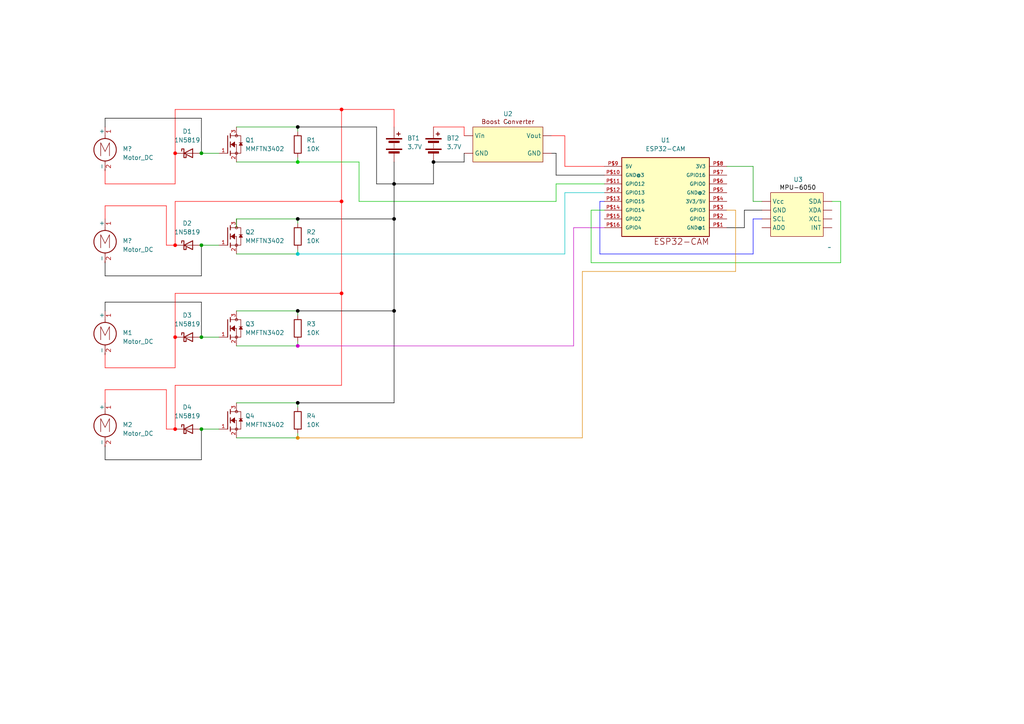
<source format=kicad_sch>
(kicad_sch (version 20250114) (generator "eeschema") (generator_version "9.0")
  (paper "A4")
  (lib_symbols
    (symbol "Device:Battery" (pin_numbers (hide yes)) (pin_names (offset 0) (hide yes))
      (property "Reference" "BT" (at 2.54 2.54 0))
      (property "Value" "Battery" (at 2.54 0 0))
      (symbol "Battery_0_1"
        (rectangle (start -2.286 1.778) (end 2.286 1.524) (fill (type outline)))
        (rectangle (start -2.286 -1.27) (end 2.286 -1.524) (fill (type outline)))
        (rectangle (start -1.524 1.016) (end 1.524 0.508) (fill (type outline)))
        (rectangle (start -1.524 -2.032) (end 1.524 -2.54) (fill (type outline)))
        (polyline (pts (xy 0 1.778) (xy 0 2.54)))
        (polyline (pts (xy 0 0) (xy 0 0.254)))
        (polyline (pts (xy 0 -0.508) (xy 0 -0.254)))
        (polyline (pts (xy 0 -1.016) (xy 0 -0.762)))
        (polyline (pts (xy 0.762 3.048) (xy 1.778 3.048)) (stroke (width 0.254)))
        (polyline (pts (xy 1.27 3.556) (xy 1.27 2.54)) (stroke (width 0.254)))
      )
      (symbol "Battery_1_1"
        (pin passive line (at 0 5.08 270) (length 2.54) (name "+") (number "1"))
        (pin passive line (at 0 -5.08 90) (length 2.54) (name "-") (number "2"))
      )
    )
    (symbol "Device:R" (pin_numbers (hide yes)) (pin_names (offset 0))
      (property "Reference" "R" (at 2.032 0 90))
      (property "Value" "R" (at 0 0 90))
      (symbol "R_0_1"
        (rectangle (start -1.016 -2.54) (end 1.016 2.54) (stroke (width 0.254)))
      )
      (symbol "R_1_1"
        (pin passive line (at 0 3.81 270) (length 1.27) (name "~") (number "1"))
        (pin passive line (at 0 -3.81 90) (length 1.27) (name "~") (number "2"))
      )
    )
    (symbol "Diode:1N5819" (pin_numbers (hide yes)) (pin_names (offset 1.016) (hide yes))
      (property "Reference" "D" (at 0 2.54 0))
      (property "Value" "1N5819" (at 0 -2.54 0))
      (symbol "1N5819_0_1"
        (polyline (pts (xy -1.905 0.635) (xy -1.905 1.27) (xy -1.27 1.27) (xy -1.27 -1.27) (xy -0.635 -1.27) (xy -0.635 -0.635)) (stroke (width 0.254)))
        (polyline (pts (xy 1.27 1.27) (xy 1.27 -1.27) (xy -1.27 0) (xy 1.27 1.27)) (stroke (width 0.254)))
        (polyline (pts (xy 1.27 0) (xy -1.27 0)))
      )
      (symbol "1N5819_1_1"
        (pin passive line (at -3.81 0 0) (length 2.54) (name "K") (number "1"))
        (pin passive line (at 3.81 0 180) (length 2.54) (name "A") (number "2"))
      )
    )
    (symbol "ESP32-CAM:ESP32-CAM" (pin_names (offset 1.016))
      (property "Reference" "U" (at 0 0 0))
      (property "Value" "ESP32-CAM" (at 0 0 0))
      (symbol "ESP32-CAM_0_0"
        (rectangle (start -12.7 -10.16) (end 12.7 12.7) (stroke (width 0.254)) (fill (type background)))
        (text "ESP32-CAM" (at -12.7 15.24 0) (effects (font (size 1.778 1.778)) (justify left bottom)))
        (pin bidirectional line (at -17.78 10.16 0) (length 5.08) (name "GND@1") (number "P$1"))
        (pin bidirectional line (at -17.78 7.62 0) (length 5.08) (name "GPIO1") (number "P$2"))
        (pin bidirectional line (at -17.78 5.08 0) (length 5.08) (name "GPIO3") (number "P$3"))
        (pin bidirectional line (at -17.78 2.54 0) (length 5.08) (name "3V3/5V") (number "P$4"))
        (pin bidirectional line (at -17.78 0 0) (length 5.08) (name "GND@2") (number "P$5"))
        (pin bidirectional line (at -17.78 -2.54 0) (length 5.08) (name "GPIO0") (number "P$6"))
        (pin bidirectional line (at -17.78 -5.08 0) (length 5.08) (name "GPIO16") (number "P$7"))
        (pin bidirectional line (at -17.78 -7.62 0) (length 5.08) (name "3V3") (number "P$8"))
        (pin bidirectional line (at 17.78 10.16 180) (length 5.08) (name "GPIO4") (number "P$16"))
        (pin bidirectional line (at 17.78 7.62 180) (length 5.08) (name "GPIO2") (number "P$15"))
        (pin bidirectional line (at 17.78 5.08 180) (length 5.08) (name "GPIO14") (number "P$14"))
        (pin bidirectional line (at 17.78 2.54 180) (length 5.08) (name "GPIO15") (number "P$13"))
        (pin bidirectional line (at 17.78 0 180) (length 5.08) (name "GPIO13") (number "P$12"))
        (pin bidirectional line (at 17.78 -2.54 180) (length 5.08) (name "GPIO12") (number "P$11"))
        (pin bidirectional line (at 17.78 -5.08 180) (length 5.08) (name "GND@3") (number "P$10"))
        (pin bidirectional line (at 17.78 -7.62 180) (length 5.08) (name "5V") (number "P$9"))
      )
    )
    (symbol "IMU:MPU-6050"
      (property "Reference" "U" (at 0 2.794 0))
      (symbol "MPU-6050_1_1"
        (rectangle (start -7.62 -1.27) (end 7.62 -13.97) (fill (type background)))
        (text "MPU-6050" (at 0.254 0.254 0) (effects (font (size 1.27 1.27))))
        (pin input line (at -10.16 -3.81 0) (length 2.54) (name "Vcc") (number ""))
        (pin output line (at -10.16 -6.35 0) (length 2.54) (name "GND") (number ""))
        (pin input line (at -10.16 -8.89 0) (length 2.54) (name "SCL") (number ""))
        (pin input line (at -10.16 -11.43 0) (length 2.54) (name "AD0") (number ""))
        (pin bidirectional line (at 10.16 -3.81 180) (length 2.54) (name "SDA") (number ""))
        (pin output line (at 10.16 -6.35 180) (length 2.54) (name "XDA") (number ""))
        (pin input line (at 10.16 -8.89 180) (length 2.54) (name "XCL") (number ""))
        (pin output line (at 10.16 -11.43 180) (length 2.54) (name "INT") (number ""))
      )
    )
    (symbol "MMFTN3402:MMFTN3402" (pin_names (offset 1.016))
      (property "Reference" "Q" (at 5.08 1.27 0))
      (property "Value" "MMFTN3402" (at 5.08 -1.27 0))
      (symbol "MMFTN3402_0_0"
        (polyline (pts (xy 0 2.54) (xy 0 -2.54)) (stroke (width 0.254)))
        (polyline (pts (xy 0.762 3.175) (xy 0.762 2.54)) (stroke (width 0.254)))
        (polyline (pts (xy 0.762 2.54) (xy 0.762 1.905)) (stroke (width 0.254)))
        (polyline (pts (xy 0.762 2.54) (xy 3.81 2.54)) (stroke (width 0.1524)))
        (polyline (pts (xy 0.762 0.762) (xy 0.762 0)) (stroke (width 0.254)))
        (polyline (pts (xy 0.762 0) (xy 0.762 -0.762)) (stroke (width 0.254)))
        (polyline (pts (xy 0.762 0) (xy 2.54 0)) (stroke (width 0.1524)))
        (polyline (pts (xy 0.762 -1.905) (xy 0.762 -2.54)) (stroke (width 0.254)))
        (polyline (pts (xy 0.762 -2.54) (xy 0.762 -3.175)) (stroke (width 0.254)))
        (polyline (pts (xy 1.016 0) (xy 2.032 0.762) (xy 2.032 -0.762) (xy 1.016 0)) (stroke (width 0.1524)) (fill (type outline)))
        (circle (center 2.54 2.54) (radius 0.3592))
        (polyline (pts (xy 2.54 0) (xy 2.54 -2.54)) (stroke (width 0.1524)))
        (polyline (pts (xy 2.54 -2.54) (xy 0.762 -2.54)) (stroke (width 0.1524)))
        (polyline (pts (xy 2.54 -2.54) (xy 3.81 -2.54)) (stroke (width 0.1524)))
        (circle (center 2.54 -2.54) (radius 0.3592))
        (polyline (pts (xy 3.81 2.54) (xy 3.81 0.508)) (stroke (width 0.1524)))
        (polyline (pts (xy 3.81 0.508) (xy 3.302 0.508)) (stroke (width 0.1524)))
        (polyline (pts (xy 3.81 0.508) (xy 3.81 -2.54)) (stroke (width 0.1524)))
        (polyline (pts (xy 3.81 0.508) (xy 3.302 -0.254) (xy 4.318 -0.254) (xy 3.81 0.508)) (stroke (width 0.1524)) (fill (type outline)))
        (polyline (pts (xy 4.318 0.508) (xy 3.81 0.508)) (stroke (width 0.1524)))
        (pin passive line (at -2.54 -2.54 0) (length 2.54) (name "~") (number "1"))
        (pin passive line (at 2.54 5.08 270) (length 2.54) (name "~") (number "3"))
        (pin passive line (at 2.54 -5.08 90) (length 2.54) (name "~") (number "2"))
      )
    )
    (symbol "Motor:Motor_DC" (pin_names (offset 0))
      (property "Reference" "M" (at 2.54 2.54 0))
      (property "Value" "Motor_DC" (at 2.54 -5.08 0))
      (symbol "Motor_DC_0_0"
        (polyline (pts (xy -1.27 -3.302) (xy -1.27 0.508) (xy 0 -2.032) (xy 1.27 0.508) (xy 1.27 -3.302)))
      )
      (symbol "Motor_DC_0_1"
        (polyline (pts (xy 0 2.032) (xy 0 2.54)))
        (polyline (pts (xy 0 1.7272) (xy 0 2.0828)))
        (circle (center 0 -1.524) (radius 3.2512) (stroke (width 0.254)))
        (polyline (pts (xy 0 -4.7752) (xy 0 -5.1816)))
        (polyline (pts (xy 0 -7.62) (xy 0 -7.112)))
      )
      (symbol "Motor_DC_1_1"
        (pin passive line (at 0 5.08 270) (length 2.54) (name "+") (number "1"))
        (pin passive line (at 0 -7.62 90) (length 2.54) (name "-") (number "2"))
      )
    )
    (symbol "boost_converter:Boost_Converter"
      (property "Reference" "U" (at 0 2.794 0))
      (symbol "Boost_Converter_1_1"
        (rectangle (start -10.16 -1.27) (end 10.16 -11.43) (fill (type background)))
        (text "Boost Converter" (at 0 0.254 0) (effects (font (size 1.27 1.27))))
        (pin input line (at -12.7 -3.81 0) (length 2.54) (name "Vin") (number ""))
        (pin output line (at -12.7 -8.89 0) (length 2.54) (name "GND") (number ""))
        (pin output line (at 12.7 -3.81 180) (length 2.54) (name "Vout") (number ""))
        (pin input line (at 12.7 -8.89 180) (length 2.54) (name "GND") (number ""))
      )
    )
  )
  (junction (at 58.42 97.79))
  (junction (at 114.3 63.5) (color 0 0 0 1))
  (junction (at 86.36 116.84) (color 0 0 0 1))
  (junction (at 125.73 46.99) (color 0 0 0 1))
  (junction (at 99.06 85.09) (color 255 0 0 1))
  (junction (at 58.42 44.45))
  (junction (at 58.42 124.46))
  (junction (at 50.8 44.45) (color 255 0 0 1))
  (junction (at 86.36 46.99) (color 0 194 0 1))
  (junction (at 86.36 63.5) (color 0 0 0 1))
  (junction (at 86.36 73.66) (color 0 194 194 1))
  (junction (at 99.06 58.42) (color 255 0 0 1))
  (junction (at 99.06 31.75) (color 255 0 0 1))
  (junction (at 50.8 71.12) (color 255 0 0 1))
  (junction (at 114.3 90.17) (color 0 0 0 1))
  (junction (at 50.8 97.79) (color 255 0 0 1))
  (junction (at 86.36 36.83) (color 0 0 0 1))
  (junction (at 86.36 100.33) (color 194 0 194 1))
  (junction (at 50.8 124.46) (color 255 0 0 1))
  (junction (at 58.42 71.12))
  (junction (at 114.3 53.34) (color 0 0 0 1))
  (junction (at 86.36 127) (color 221 133 0 1))
  (junction (at 86.36 90.17) (color 0 0 0 1))
  (wire (pts (xy 171.45 60.96) (xy 171.45 76.2)) (stroke (width 0) (color 0 194 0 1)))
  (wire (pts (xy 48.26 59.69) (xy 48.26 71.12)) (stroke (width 0) (color 255 0 0 1)))
  (wire (pts (xy 86.36 36.83) (xy 86.36 38.1)))
  (wire (pts (xy 68.58 66.04) (xy 68.58 63.5)))
  (wire (pts (xy 68.58 63.5) (xy 86.36 63.5)))
  (wire (pts (xy 86.36 90.17) (xy 114.3 90.17)) (stroke (width 0) (color 0 0 0 1)))
  (wire (pts (xy 68.58 46.99) (xy 86.36 46.99)))
  (wire (pts (xy 86.36 90.17) (xy 86.36 91.44)))
  (wire (pts (xy 104.14 58.42) (xy 104.14 46.99)) (stroke (width 0) (color 0 194 0 1)))
  (wire (pts (xy 173.99 58.42) (xy 175.26 58.42)) (stroke (width 0) (color 0 0 255 1)))
  (wire (pts (xy 48.26 124.46) (xy 50.8 124.46)) (stroke (width 0) (color 255 0 0 1)))
  (wire (pts (xy 99.06 58.42) (xy 99.06 85.09)) (stroke (width 0) (color 255 0 0 1)))
  (wire (pts (xy 220.98 63.5) (xy 218.44 63.5)) (stroke (width 0) (color 0 0 255 1)))
  (wire (pts (xy 30.48 90.17) (xy 30.48 87.63)) (stroke (width 0) (color 0 0 0 1)))
  (wire (pts (xy 30.48 34.29) (xy 58.42 34.29)) (stroke (width 0) (color 0 0 0 1)))
  (wire (pts (xy 210.82 66.04) (xy 215.9 66.04)) (stroke (width 0) (color 0 0 0 1)))
  (wire (pts (xy 50.8 106.68) (xy 50.8 97.79)) (stroke (width 0) (color 255 0 0 1)))
  (wire (pts (xy 161.29 58.42) (xy 104.14 58.42)) (stroke (width 0) (color 0 194 0 1)))
  (wire (pts (xy 114.3 31.75) (xy 99.06 31.75)) (stroke (width 0) (color 255 0 0 1)))
  (wire (pts (xy 48.26 71.12) (xy 50.8 71.12)) (stroke (width 0) (color 255 0 0 1)))
  (wire (pts (xy 30.48 76.2) (xy 30.48 80.01)) (stroke (width 0) (color 0 0 0 1)))
  (wire (pts (xy 68.58 127) (xy 86.36 127)))
  (wire (pts (xy 30.48 59.69) (xy 48.26 59.69)) (stroke (width 0) (color 255 0 0 1)))
  (wire (pts (xy 86.36 63.5) (xy 114.3 63.5)) (stroke (width 0) (color 0 0 0 1)))
  (wire (pts (xy 50.8 111.76) (xy 99.06 111.76)) (stroke (width 0) (color 255 0 0 1)))
  (wire (pts (xy 160.02 39.37) (xy 163.83 39.37)) (stroke (width 0) (color 255 0 0 1)))
  (wire (pts (xy 58.42 34.29) (xy 58.42 44.45)) (stroke (width 0) (color 0 0 0 1)))
  (wire (pts (xy 109.22 36.83) (xy 109.22 53.34)) (stroke (width 0) (color 0 0 0 1)))
  (wire (pts (xy 58.42 97.79) (xy 63.5 97.79)))
  (wire (pts (xy 168.91 127) (xy 86.36 127)) (stroke (width 0) (color 221 133 0 1)))
  (wire (pts (xy 30.48 113.03) (xy 48.26 113.03)) (stroke (width 0) (color 255 0 0 1)))
  (wire (pts (xy 30.48 113.03) (xy 30.48 116.84)) (stroke (width 0) (color 255 0 0 1)))
  (wire (pts (xy 161.29 50.8) (xy 161.29 44.45)) (stroke (width 0) (color 0 0 0 1)))
  (wire (pts (xy 86.36 46.99) (xy 104.14 46.99)) (stroke (width 0) (color 0 194 0 1)))
  (wire (pts (xy 86.36 100.33) (xy 86.36 99.06)))
  (wire (pts (xy 58.42 124.46) (xy 58.42 133.35)) (stroke (width 0) (color 0 0 0 1)))
  (wire (pts (xy 30.48 133.35) (xy 58.42 133.35)) (stroke (width 0) (color 0 0 0 1)))
  (wire (pts (xy 68.58 90.17) (xy 86.36 90.17)))
  (wire (pts (xy 86.36 73.66) (xy 163.83 73.66)) (stroke (width 0) (color 0 194 194 1)))
  (wire (pts (xy 114.3 46.99) (xy 114.3 53.34)) (stroke (width 0) (color 0 0 0 1)))
  (wire (pts (xy 125.73 46.99) (xy 134.62 46.99)) (stroke (width 0) (color 0 0 0 1)))
  (wire (pts (xy 243.84 76.2) (xy 171.45 76.2)) (stroke (width 0) (color 0 194 0 1)))
  (wire (pts (xy 30.48 49.53) (xy 30.48 53.34)) (stroke (width 0) (color 255 0 0 1)))
  (wire (pts (xy 175.26 55.88) (xy 163.83 55.88)) (stroke (width 0) (color 0 194 194 1)))
  (wire (pts (xy 163.83 39.37) (xy 163.83 48.26)) (stroke (width 0) (color 255 0 0 1)))
  (wire (pts (xy 58.42 87.63) (xy 58.42 97.79)) (stroke (width 0) (color 0 0 0 1)))
  (wire (pts (xy 30.48 102.87) (xy 30.48 106.68)) (stroke (width 0) (color 255 0 0 1)))
  (wire (pts (xy 68.58 116.84) (xy 86.36 116.84)))
  (wire (pts (xy 68.58 73.66) (xy 86.36 73.66)))
  (wire (pts (xy 243.84 58.42) (xy 243.84 76.2)) (stroke (width 0) (color 0 194 0 1)))
  (wire (pts (xy 86.36 73.66) (xy 86.36 72.39)))
  (wire (pts (xy 125.73 53.34) (xy 125.73 46.99)) (stroke (width 0) (color 0 0 0 1)))
  (wire (pts (xy 30.48 80.01) (xy 58.42 80.01)) (stroke (width 0) (color 0 0 0 1)))
  (wire (pts (xy 99.06 85.09) (xy 99.06 111.76)) (stroke (width 0) (color 255 0 0 1)))
  (wire (pts (xy 50.8 31.75) (xy 50.8 44.45)) (stroke (width 0) (color 255 0 0 1)))
  (wire (pts (xy 99.06 58.42) (xy 99.06 31.75)) (stroke (width 0) (color 255 0 0 1)))
  (wire (pts (xy 163.83 55.88) (xy 163.83 73.66)) (stroke (width 0) (color 0 194 194 1)))
  (wire (pts (xy 218.44 58.42) (xy 218.44 48.26)))
  (wire (pts (xy 218.44 48.26) (xy 210.82 48.26)))
  (wire (pts (xy 30.48 106.68) (xy 50.8 106.68)) (stroke (width 0) (color 255 0 0 1)))
  (wire (pts (xy 163.83 48.26) (xy 175.26 48.26)) (stroke (width 0) (color 255 0 0 1)))
  (wire (pts (xy 125.73 36.83) (xy 134.62 36.83)) (stroke (width 0) (color 255 0 0 1)))
  (wire (pts (xy 218.44 63.5) (xy 218.44 73.66)) (stroke (width 0) (color 0 0 255 1)))
  (wire (pts (xy 30.48 87.63) (xy 58.42 87.63)) (stroke (width 0) (color 0 0 0 1)))
  (wire (pts (xy 50.8 85.09) (xy 99.06 85.09)) (stroke (width 0) (color 255 0 0 1)))
  (wire (pts (xy 213.36 78.74) (xy 213.36 60.96)) (stroke (width 0) (color 221 133 0 1)))
  (wire (pts (xy 114.3 116.84) (xy 114.3 90.17)) (stroke (width 0) (color 0 0 0 1)))
  (wire (pts (xy 166.37 100.33) (xy 166.37 66.04)) (stroke (width 0) (color 194 0 194 1)))
  (wire (pts (xy 220.98 60.96) (xy 215.9 60.96)) (stroke (width 0) (color 0 0 0 1)))
  (wire (pts (xy 134.62 36.83) (xy 134.62 39.37)) (stroke (width 0) (color 255 0 0 1)))
  (wire (pts (xy 30.48 129.54) (xy 30.48 133.35)) (stroke (width 0) (color 0 0 0 1)))
  (wire (pts (xy 114.3 53.34) (xy 125.73 53.34)) (stroke (width 0) (color 0 0 0 1)))
  (wire (pts (xy 58.42 71.12) (xy 63.5 71.12)))
  (wire (pts (xy 86.36 116.84) (xy 86.36 118.11)))
  (wire (pts (xy 30.48 59.69) (xy 30.48 63.5)) (stroke (width 0) (color 255 0 0 1)))
  (wire (pts (xy 86.36 127) (xy 86.36 125.73)))
  (wire (pts (xy 68.58 36.83) (xy 86.36 36.83)))
  (wire (pts (xy 50.8 31.75) (xy 99.06 31.75)) (stroke (width 0) (color 255 0 0 1)))
  (wire (pts (xy 50.8 58.42) (xy 50.8 71.12)) (stroke (width 0) (color 255 0 0 1)))
  (wire (pts (xy 166.37 100.33) (xy 86.36 100.33)) (stroke (width 0) (color 194 0 194 1)))
  (wire (pts (xy 30.48 36.83) (xy 30.48 34.29)) (stroke (width 0) (color 0 0 0 1)))
  (wire (pts (xy 50.8 111.76) (xy 50.8 124.46)) (stroke (width 0) (color 255 0 0 1)))
  (wire (pts (xy 48.26 113.03) (xy 48.26 124.46)) (stroke (width 0) (color 255 0 0 1)))
  (wire (pts (xy 215.9 60.96) (xy 215.9 66.04)) (stroke (width 0) (color 0 0 0 1)))
  (wire (pts (xy 86.36 63.5) (xy 86.36 64.77)))
  (wire (pts (xy 50.8 58.42) (xy 99.06 58.42)) (stroke (width 0) (color 255 0 0 1)))
  (wire (pts (xy 58.42 124.46) (xy 63.5 124.46)))
  (wire (pts (xy 161.29 53.34) (xy 161.29 58.42)) (stroke (width 0) (color 0 194 0 1)))
  (wire (pts (xy 109.22 53.34) (xy 114.3 53.34)) (stroke (width 0) (color 0 0 0 1)))
  (wire (pts (xy 30.48 53.34) (xy 50.8 53.34)) (stroke (width 0) (color 255 0 0 1)))
  (wire (pts (xy 160.02 44.45) (xy 161.29 44.45)) (stroke (width 0) (color 0 0 0 1)))
  (wire (pts (xy 220.98 58.42) (xy 218.44 58.42)))
  (wire (pts (xy 218.44 73.66) (xy 173.99 73.66)) (stroke (width 0) (color 0 0 255 1)))
  (wire (pts (xy 114.3 31.75) (xy 114.3 36.83)) (stroke (width 0) (color 255 0 0 1)))
  (wire (pts (xy 86.36 36.83) (xy 109.22 36.83)) (stroke (width 0) (color 0 0 0 1)))
  (wire (pts (xy 114.3 63.5) (xy 114.3 90.17)) (stroke (width 0) (color 0 0 0 1)))
  (wire (pts (xy 86.36 116.84) (xy 114.3 116.84)) (stroke (width 0) (color 0 0 0 1)))
  (wire (pts (xy 50.8 53.34) (xy 50.8 44.45)) (stroke (width 0) (color 255 0 0 1)))
  (wire (pts (xy 134.62 44.45) (xy 134.62 46.99)) (stroke (width 0) (color 0 0 0 1)))
  (wire (pts (xy 213.36 60.96) (xy 210.82 60.96)) (stroke (width 0) (color 221 133 0 1)))
  (wire (pts (xy 168.91 78.74) (xy 213.36 78.74)) (stroke (width 0) (color 221 133 0 1)))
  (wire (pts (xy 173.99 58.42) (xy 173.99 73.66)) (stroke (width 0) (color 0 0 255 1)))
  (wire (pts (xy 168.91 127) (xy 168.91 78.74)) (stroke (width 0) (color 221 133 0 1)))
  (wire (pts (xy 50.8 85.09) (xy 50.8 97.79)) (stroke (width 0) (color 255 0 0 1)))
  (wire (pts (xy 68.58 100.33) (xy 86.36 100.33)))
  (wire (pts (xy 161.29 50.8) (xy 175.26 50.8)) (stroke (width 0) (color 0 0 0 1)))
  (wire (pts (xy 175.26 53.34) (xy 161.29 53.34)) (stroke (width 0) (color 0 194 0 1)))
  (wire (pts (xy 166.37 66.04) (xy 175.26 66.04)) (stroke (width 0) (color 194 0 194 1)))
  (wire (pts (xy 171.45 60.96) (xy 175.26 60.96)) (stroke (width 0) (color 0 194 0 1)))
  (wire (pts (xy 114.3 53.34) (xy 114.3 63.5)) (stroke (width 0) (color 0 0 0 1)))
  (wire (pts (xy 58.42 71.12) (xy 58.42 80.01)) (stroke (width 0) (color 0 0 0 1)))
  (wire (pts (xy 241.3 58.42) (xy 243.84 58.42)) (stroke (width 0) (color 0 194 0 1)))
  (wire (pts (xy 58.42 44.45) (xy 63.5 44.45)))
  (wire (pts (xy 86.36 46.99) (xy 86.36 45.72)))
  (symbol (lib_id "Diode:1N5819") (at 54.61 124.46 0) (unit 1)
    (property "Reference" "D4" (at 54.2925 118.11 0))
    (property "Value" "1N5819" (at 54.2925 120.65 0))
    (property "Footprint" "Diode_THT:D_DO-41_SOD81_P10.16mm_Horizontal" (effects (hide yes)))
    (property "Datasheet" "http://www.vishay.com/docs/88525/1n5817.pdf" (effects (hide yes)))
    (property "Description" "40V 1A Schottky Barrier Rectifier Diode, DO-41" (effects (hide yes)))
  )
  (symbol (lib_id "Diode:1N5819") (at 54.61 71.12 0) (unit 1)
    (property "Reference" "D2" (at 54.2925 64.77 0))
    (property "Value" "1N5819" (at 54.2925 67.31 0))
    (property "Footprint" "Diode_THT:D_DO-41_SOD81_P10.16mm_Horizontal" (effects (hide yes)))
    (property "Datasheet" "http://www.vishay.com/docs/88525/1n5817.pdf" (effects (hide yes)))
    (property "Description" "40V 1A Schottky Barrier Rectifier Diode, DO-41" (effects (hide yes)))
  )
  (symbol (lib_id "Diode:1N5819") (at 54.61 44.45 0) (unit 1)
    (property "Reference" "D1" (at 54.2925 38.1 0))
    (property "Value" "1N5819" (at 54.2925 40.64 0))
    (property "Footprint" "Diode_THT:D_DO-41_SOD81_P10.16mm_Horizontal" (effects (hide yes)))
    (property "Datasheet" "http://www.vishay.com/docs/88525/1n5817.pdf" (effects (hide yes)))
    (property "Description" "40V 1A Schottky Barrier Rectifier Diode, DO-41" (effects (hide yes)))
  )
  (symbol (lib_id "Motor:Motor_DC") (at 30.48 68.58 0) (unit 1)
    (property "Reference" "M?" (at 35.56 69.8499 0) (effects (justify left)))
    (property "Value" "Motor_DC" (at 35.56 72.3899 0) (effects (justify left)))
  )
  (symbol (lib_id "ESP32-CAM:ESP32-CAM") (at 193.04 55.88 180) (unit 1)
    (property "Reference" "U1" (at 193.04 40.64 0))
    (property "Value" "ESP32-CAM" (at 193.04 43.18 0))
    (property "Footprint" "ESP32-CAM:ESP32-CAM" (effects (hide yes)))
    (property "MF" "AI-Thinker" (effects (hide yes)))
    (property "Description_1" "ESP32 ESP32 Transceiver; 802.11 a/b/g/n (Wi-Fi, WiFi, WLAN), Bluetooth® Smart 4.x Low Energy (BLE) Evaluation Board" (effects (hide yes)))
    (property "Package" "None" (effects (hide yes)))
    (property "Price" "None" (effects (hide yes)))
    (property "SnapEDA_Link" "https://www.snapeda.com/parts/ESP32-CAM/AI-Thinker/view-part/?ref=snap" (effects (hide yes)))
    (property "MP" "ESP32-CAM" (effects (hide yes)))
    (property "Availability" "Not in stock" (effects (hide yes)))
    (property "Check_prices" "https://www.snapeda.com/parts/ESP32-CAM/AI-Thinker/view-part/?ref=eda" (effects (hide yes)))
  )
  (symbol (lib_id "MMFTN3402:MMFTN3402") (at 66.04 41.91 0) (unit 1)
    (property "Reference" "Q1" (at 71.12 40.6399 0) (effects (justify left)))
    (property "Value" "MMFTN3402" (at 71.12 43.1799 0) (effects (justify left)))
    (property "Footprint" "MMFTN3402:TRANS_MMFTN3402" (effects (hide yes)))
    (property "MF" "Diotec Semiconductor" (effects (hide yes)))
    (property "MAXIMUM_PACKAGE_HEIGHT" "1.3mm" (effects (hide yes)))
    (property "Package" "SOT-23 Diotec" (effects (hide yes)))
    (property "Price" "None" (effects (hide yes)))
    (property "Check_prices" "https://www.snapeda.com/parts/MMFTN3402/Diotec/view-part/?ref=eda" (effects (hide yes)))
    (property "STANDARD" "Manufacturer Recommendations" (effects (hide yes)))
    (property "PARTREV" "2023-08-18" (effects (hide yes)))
    (property "SnapEDA_Link" "https://www.snapeda.com/parts/MMFTN3402/Diotec/view-part/?ref=snap" (effects (hide yes)))
    (property "MP" "MMFTN3402" (effects (hide yes)))
    (property "Description_1" "MOSFET, SOT-23, N, 30V, 4A, 0.055Ω, 150°C" (effects (hide yes)))
    (property "Availability" "In Stock" (effects (hide yes)))
    (property "MANUFACTURER" "Diotec Semiconductor" (effects (hide yes)))
  )
  (symbol (lib_id "IMU:MPU-6050") (at 231.14 54.61 0) (unit 1)
    (property "Reference" "U3" (at 230.124 52.07 0) (effects (justify left)))
    (property "Value" "~" (at 240.03 71.7522 0) (effects (justify left)))
  )
  (symbol (lib_id "Device:R") (at 86.36 121.92 0) (unit 1)
    (property "Reference" "R4" (at 88.9 120.6499 0) (effects (justify left)))
    (property "Value" "10K" (at 88.9 123.1899 0) (effects (justify left)))
    (property "Description" "Resistor" (effects (hide yes)))
  )
  (symbol (lib_id "MMFTN3402:MMFTN3402") (at 66.04 121.92 0) (unit 1)
    (property "Reference" "Q4" (at 71.12 120.6499 0) (effects (justify left)))
    (property "Value" "MMFTN3402" (at 71.12 123.1899 0) (effects (justify left)))
    (property "Footprint" "MMFTN3402:TRANS_MMFTN3402" (effects (hide yes)))
    (property "MF" "Diotec Semiconductor" (effects (hide yes)))
    (property "MAXIMUM_PACKAGE_HEIGHT" "1.3mm" (effects (hide yes)))
    (property "Package" "SOT-23 Diotec" (effects (hide yes)))
    (property "Price" "None" (effects (hide yes)))
    (property "Check_prices" "https://www.snapeda.com/parts/MMFTN3402/Diotec/view-part/?ref=eda" (effects (hide yes)))
    (property "STANDARD" "Manufacturer Recommendations" (effects (hide yes)))
    (property "PARTREV" "2023-08-18" (effects (hide yes)))
    (property "SnapEDA_Link" "https://www.snapeda.com/parts/MMFTN3402/Diotec/view-part/?ref=snap" (effects (hide yes)))
    (property "MP" "MMFTN3402" (effects (hide yes)))
    (property "Description_1" "MOSFET, SOT-23, N, 30V, 4A, 0.055Ω, 150°C" (effects (hide yes)))
    (property "Availability" "In Stock" (effects (hide yes)))
    (property "MANUFACTURER" "Diotec Semiconductor" (effects (hide yes)))
  )
  (symbol (lib_id "Device:R") (at 86.36 95.25 0) (unit 1)
    (property "Reference" "R3" (at 88.9 93.9799 0) (effects (justify left)))
    (property "Value" "10K" (at 88.9 96.5199 0) (effects (justify left)))
    (property "Description" "Resistor" (effects (hide yes)))
  )
  (symbol (lib_id "boost_converter:Boost_Converter") (at 147.32 35.56 0) (unit 1)
    (property "Reference" "U2" (at 147.32 33.02 0))
    (property "Value" "~" (at 147.32 35.56 0))
  )
  (symbol (lib_id "Device:Battery") (at 114.3 41.91 0) (unit 1)
    (property "Reference" "BT1" (at 118.11 40.0684 0) (effects (justify left)))
    (property "Value" "3.7V" (at 118.11 42.6084 0) (effects (justify left)))
    (property "Description" "Multiple-cell battery" (effects (hide yes)))
  )
  (symbol (lib_id "Motor:Motor_DC") (at 30.48 41.91 0) (unit 1)
    (property "Reference" "M?" (at 35.56 43.1799 0) (effects (justify left)))
    (property "Value" "Motor_DC" (at 35.56 45.7199 0) (effects (justify left)))
  )
  (symbol (lib_id "Device:R") (at 86.36 68.58 0) (unit 1)
    (property "Reference" "R2" (at 88.9 67.3099 0) (effects (justify left)))
    (property "Value" "10K" (at 88.9 69.8499 0) (effects (justify left)))
    (property "Description" "Resistor" (effects (hide yes)))
  )
  (symbol (lib_id "MMFTN3402:MMFTN3402") (at 66.04 68.58 0) (unit 1)
    (property "Reference" "Q2" (at 71.12 67.3099 0) (effects (justify left)))
    (property "Value" "MMFTN3402" (at 71.12 69.8499 0) (effects (justify left)))
    (property "Footprint" "MMFTN3402:TRANS_MMFTN3402" (effects (hide yes)))
    (property "MF" "Diotec Semiconductor" (effects (hide yes)))
    (property "MAXIMUM_PACKAGE_HEIGHT" "1.3mm" (effects (hide yes)))
    (property "Package" "SOT-23 Diotec" (effects (hide yes)))
    (property "Price" "None" (effects (hide yes)))
    (property "Check_prices" "https://www.snapeda.com/parts/MMFTN3402/Diotec/view-part/?ref=eda" (effects (hide yes)))
    (property "STANDARD" "Manufacturer Recommendations" (effects (hide yes)))
    (property "PARTREV" "2023-08-18" (effects (hide yes)))
    (property "SnapEDA_Link" "https://www.snapeda.com/parts/MMFTN3402/Diotec/view-part/?ref=snap" (effects (hide yes)))
    (property "MP" "MMFTN3402" (effects (hide yes)))
    (property "Description_1" "MOSFET, SOT-23, N, 30V, 4A, 0.055Ω, 150°C" (effects (hide yes)))
    (property "Availability" "In Stock" (effects (hide yes)))
    (property "MANUFACTURER" "Diotec Semiconductor" (effects (hide yes)))
  )
  (symbol (lib_id "Device:R") (at 86.36 41.91 0) (unit 1)
    (property "Reference" "R1" (at 88.9 40.6399 0) (effects (justify left)))
    (property "Value" "10K" (at 88.9 43.1799 0) (effects (justify left)))
    (property "Description" "Resistor" (effects (hide yes)))
  )
  (symbol (lib_id "Diode:1N5819") (at 54.61 97.79 0) (unit 1)
    (property "Reference" "D3" (at 54.2925 91.44 0))
    (property "Value" "1N5819" (at 54.2925 93.98 0))
    (property "Footprint" "Diode_THT:D_DO-41_SOD81_P10.16mm_Horizontal" (effects (hide yes)))
    (property "Datasheet" "http://www.vishay.com/docs/88525/1n5817.pdf" (effects (hide yes)))
    (property "Description" "40V 1A Schottky Barrier Rectifier Diode, DO-41" (effects (hide yes)))
  )
  (symbol (lib_id "Device:Battery") (at 125.73 41.91 0) (unit 1)
    (property "Reference" "BT2" (at 129.54 40.0684 0) (effects (justify left)))
    (property "Value" "3.7V" (at 129.54 42.6084 0) (effects (justify left)))
    (property "Description" "Multiple-cell battery" (effects (hide yes)))
  )
  (symbol (lib_id "MMFTN3402:MMFTN3402") (at 66.04 95.25 0) (unit 1)
    (property "Reference" "Q3" (at 71.12 93.9799 0) (effects (justify left)))
    (property "Value" "MMFTN3402" (at 71.12 96.5199 0) (effects (justify left)))
    (property "Footprint" "MMFTN3402:TRANS_MMFTN3402" (effects (hide yes)))
    (property "MF" "Diotec Semiconductor" (effects (hide yes)))
    (property "MAXIMUM_PACKAGE_HEIGHT" "1.3mm" (effects (hide yes)))
    (property "Package" "SOT-23 Diotec" (effects (hide yes)))
    (property "Price" "None" (effects (hide yes)))
    (property "Check_prices" "https://www.snapeda.com/parts/MMFTN3402/Diotec/view-part/?ref=eda" (effects (hide yes)))
    (property "STANDARD" "Manufacturer Recommendations" (effects (hide yes)))
    (property "PARTREV" "2023-08-18" (effects (hide yes)))
    (property "SnapEDA_Link" "https://www.snapeda.com/parts/MMFTN3402/Diotec/view-part/?ref=snap" (effects (hide yes)))
    (property "MP" "MMFTN3402" (effects (hide yes)))
    (property "Description_1" "MOSFET, SOT-23, N, 30V, 4A, 0.055Ω, 150°C" (effects (hide yes)))
    (property "Availability" "In Stock" (effects (hide yes)))
    (property "MANUFACTURER" "Diotec Semiconductor" (effects (hide yes)))
  )
  (symbol (lib_id "Motor:Motor_DC") (at 30.48 121.92 0) (unit 1)
    (property "Reference" "M2" (at 35.56 123.1899 0) (effects (justify left)))
    (property "Value" "Motor_DC" (at 35.56 125.7299 0) (effects (justify left)))
  )
  (symbol (lib_id "Motor:Motor_DC") (at 30.48 95.25 0) (unit 1)
    (property "Reference" "M1" (at 35.56 96.5199 0) (effects (justify left)))
    (property "Value" "Motor_DC" (at 35.56 99.0599 0) (effects (justify left)))
  )
)
</source>
